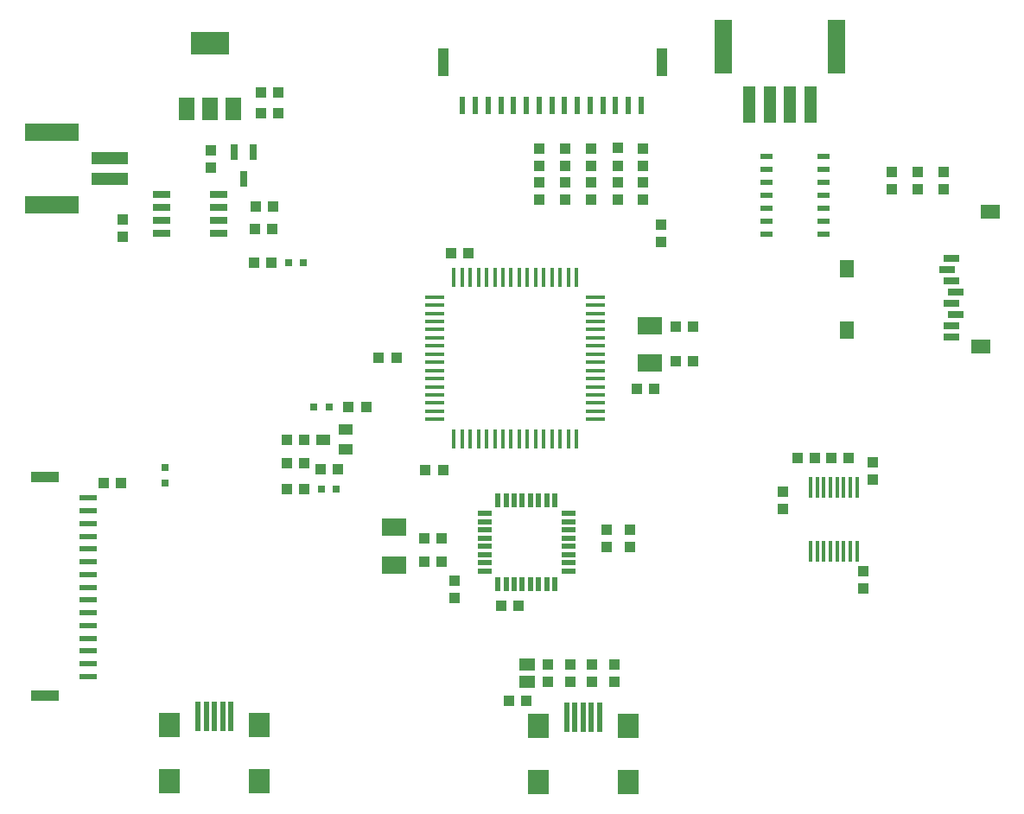
<source format=gtp>
G75*
%MOIN*%
%OFA0B0*%
%FSLAX24Y24*%
%IPPOS*%
%LPD*%
%AMOC8*
5,1,8,0,0,1.08239X$1,22.5*
%
%ADD10R,0.0736X0.0157*%
%ADD11R,0.0157X0.0736*%
%ADD12R,0.0945X0.0669*%
%ADD13R,0.0433X0.0394*%
%ADD14R,0.0787X0.0945*%
%ADD15R,0.0197X0.1145*%
%ADD16R,0.0748X0.0551*%
%ADD17R,0.0551X0.0709*%
%ADD18R,0.0591X0.0276*%
%ADD19R,0.0591X0.0866*%
%ADD20R,0.1496X0.0866*%
%ADD21R,0.0315X0.0591*%
%ADD22R,0.0394X0.0433*%
%ADD23R,0.0571X0.0197*%
%ADD24R,0.0197X0.0571*%
%ADD25R,0.0591X0.0512*%
%ADD26R,0.0551X0.0394*%
%ADD27R,0.0157X0.0787*%
%ADD28R,0.0315X0.0315*%
%ADD29R,0.1417X0.0472*%
%ADD30R,0.2087X0.0669*%
%ADD31R,0.0472X0.0236*%
%ADD32R,0.0689X0.0256*%
%ADD33R,0.0236X0.0669*%
%ADD34R,0.0394X0.1102*%
%ADD35R,0.0669X0.0236*%
%ADD36R,0.1102X0.0394*%
%ADD37R,0.0472X0.1417*%
%ADD38R,0.0669X0.2087*%
D10*
X021206Y018692D03*
X021206Y019007D03*
X021206Y019322D03*
X021206Y019637D03*
X021206Y019952D03*
X021206Y020267D03*
X021206Y020582D03*
X021206Y020897D03*
X021206Y021212D03*
X021206Y021527D03*
X021206Y021842D03*
X021206Y022157D03*
X021206Y022472D03*
X021206Y022786D03*
X021206Y023101D03*
X021206Y023416D03*
X027426Y023416D03*
X027426Y023101D03*
X027426Y022786D03*
X027426Y022472D03*
X027426Y022157D03*
X027426Y021842D03*
X027426Y021527D03*
X027426Y021212D03*
X027426Y020897D03*
X027426Y020582D03*
X027426Y020267D03*
X027426Y019952D03*
X027426Y019637D03*
X027426Y019322D03*
X027426Y019007D03*
X027426Y018692D03*
D11*
X026678Y017944D03*
X026363Y017944D03*
X026048Y017944D03*
X025733Y017944D03*
X025418Y017944D03*
X025103Y017944D03*
X024788Y017944D03*
X024473Y017944D03*
X024158Y017944D03*
X023843Y017944D03*
X023528Y017944D03*
X023213Y017944D03*
X022898Y017944D03*
X022583Y017944D03*
X022269Y017944D03*
X021954Y017944D03*
X021954Y024164D03*
X022269Y024164D03*
X022583Y024164D03*
X022898Y024164D03*
X023213Y024164D03*
X023528Y024164D03*
X023843Y024164D03*
X024158Y024164D03*
X024473Y024164D03*
X024788Y024164D03*
X025103Y024164D03*
X025418Y024164D03*
X025733Y024164D03*
X026048Y024164D03*
X026363Y024164D03*
X026678Y024164D03*
D12*
X029526Y022315D03*
X029526Y020858D03*
X019631Y014544D03*
X019631Y013087D03*
D13*
X020796Y013216D03*
X021465Y013216D03*
X021465Y014116D03*
X020796Y014116D03*
X020858Y016722D03*
X021528Y016722D03*
X018563Y019179D03*
X017893Y019179D03*
X016165Y017916D03*
X015496Y017916D03*
X015496Y017016D03*
X016165Y017016D03*
X016803Y016781D03*
X017472Y016781D03*
X016181Y015990D03*
X015512Y015990D03*
X009118Y016224D03*
X008449Y016224D03*
X014249Y024727D03*
X014918Y024727D03*
X014960Y026051D03*
X014291Y026051D03*
X014296Y026916D03*
X014965Y026916D03*
X015165Y030516D03*
X014496Y030516D03*
X014496Y031316D03*
X015165Y031316D03*
X021846Y025107D03*
X022515Y025107D03*
X019729Y021063D03*
X019059Y021063D03*
X029008Y019873D03*
X029678Y019873D03*
X030519Y020943D03*
X031189Y020943D03*
X031189Y022277D03*
X030519Y022277D03*
X035196Y017216D03*
X035865Y017216D03*
X036496Y017216D03*
X037165Y017216D03*
X024448Y011503D03*
X023778Y011503D03*
X024075Y007829D03*
X024744Y007829D03*
D14*
X025204Y006857D03*
X025204Y004692D03*
X028669Y004692D03*
X028669Y006857D03*
X014450Y006907D03*
X014450Y004742D03*
X010985Y004742D03*
X010985Y006907D03*
D15*
X012088Y007248D03*
X012403Y007248D03*
X012718Y007248D03*
X013033Y007248D03*
X013348Y007248D03*
X026307Y007198D03*
X026622Y007198D03*
X026937Y007198D03*
X027252Y007198D03*
X027567Y007198D03*
D16*
X042279Y021503D03*
X042633Y026700D03*
D17*
X037122Y024496D03*
X037122Y022133D03*
D18*
X041137Y022291D03*
X041137Y021858D03*
X041295Y022724D03*
X041137Y023157D03*
X041295Y023590D03*
X041137Y024023D03*
X040980Y024456D03*
X041137Y024889D03*
D19*
X013457Y030661D03*
X012551Y030661D03*
X011646Y030661D03*
D20*
X012551Y033220D03*
D21*
X013474Y028999D03*
X014222Y028999D03*
X013848Y027975D03*
D22*
X012589Y028397D03*
X012589Y029066D03*
X009181Y026400D03*
X009181Y025731D03*
X025231Y027181D03*
X025231Y027850D03*
X025231Y028481D03*
X025231Y029150D03*
X026231Y029150D03*
X026231Y028481D03*
X026231Y027850D03*
X026231Y027181D03*
X027231Y027181D03*
X027231Y027850D03*
X027231Y028481D03*
X027231Y029150D03*
X028263Y029157D03*
X028263Y028488D03*
X028263Y027854D03*
X028263Y027185D03*
X029231Y027181D03*
X029231Y027850D03*
X029231Y028481D03*
X029231Y029150D03*
X029956Y026215D03*
X029956Y025546D03*
X038831Y027581D03*
X038831Y028250D03*
X039831Y028250D03*
X039831Y027581D03*
X040831Y027581D03*
X040831Y028250D03*
X038106Y017037D03*
X038106Y016368D03*
X034633Y015891D03*
X034633Y015222D03*
X037731Y012850D03*
X037731Y012181D03*
X028731Y013781D03*
X027831Y013781D03*
X027831Y014450D03*
X028731Y014450D03*
X021987Y012465D03*
X021987Y011796D03*
X025581Y009250D03*
X025581Y008581D03*
X026431Y008581D03*
X027281Y008581D03*
X027281Y009250D03*
X026431Y009250D03*
X028131Y009250D03*
X028131Y008581D03*
D23*
X026363Y012851D03*
X026363Y013166D03*
X026363Y013481D03*
X026363Y013796D03*
X026363Y014111D03*
X026363Y014426D03*
X026363Y014741D03*
X026363Y015056D03*
X023135Y015056D03*
X023135Y014741D03*
X023135Y014426D03*
X023135Y014111D03*
X023135Y013796D03*
X023135Y013481D03*
X023135Y013166D03*
X023135Y012851D03*
D24*
X023646Y012340D03*
X023961Y012340D03*
X024276Y012340D03*
X024591Y012340D03*
X024906Y012340D03*
X025221Y012340D03*
X025536Y012340D03*
X025851Y012340D03*
X025851Y015568D03*
X025536Y015568D03*
X025221Y015568D03*
X024906Y015568D03*
X024591Y015568D03*
X024276Y015568D03*
X023961Y015568D03*
X023646Y015568D03*
D25*
X024781Y009250D03*
X024781Y008581D03*
D26*
X017764Y017542D03*
X017764Y018290D03*
X016898Y017916D03*
D27*
X035711Y016077D03*
X035967Y016077D03*
X036223Y016077D03*
X036479Y016077D03*
X036735Y016077D03*
X036991Y016077D03*
X037246Y016077D03*
X037502Y016077D03*
X037502Y013596D03*
X037246Y013596D03*
X036991Y013596D03*
X036735Y013596D03*
X036479Y013596D03*
X036223Y013596D03*
X035967Y013596D03*
X035711Y013596D03*
D28*
X017420Y015990D03*
X016829Y015990D03*
X016555Y019179D03*
X017145Y019179D03*
X010822Y016842D03*
X010822Y016251D03*
X015566Y024727D03*
X016157Y024727D03*
D29*
X008664Y027971D03*
X008664Y028759D03*
D30*
X006428Y029762D03*
X006428Y026967D03*
D31*
X034015Y026835D03*
X034015Y027335D03*
X034015Y027835D03*
X034015Y028335D03*
X034015Y028835D03*
X036220Y028835D03*
X036220Y028335D03*
X036220Y027835D03*
X036220Y027335D03*
X036220Y026835D03*
X036220Y026335D03*
X036220Y025835D03*
X034015Y025835D03*
X034015Y026335D03*
D32*
X012881Y026366D03*
X012881Y026866D03*
X012881Y027366D03*
X012881Y025866D03*
X010681Y025866D03*
X010681Y026366D03*
X010681Y026866D03*
X010681Y027366D03*
D33*
X022286Y030816D03*
X022778Y030816D03*
X023270Y030816D03*
X023762Y030816D03*
X024254Y030816D03*
X024746Y030816D03*
X025239Y030816D03*
X025731Y030816D03*
X026223Y030816D03*
X026715Y030816D03*
X027207Y030816D03*
X027699Y030816D03*
X028191Y030816D03*
X028683Y030816D03*
X029176Y030816D03*
D34*
X029983Y032469D03*
X021538Y032469D03*
D35*
X007831Y015660D03*
X007831Y015168D03*
X007831Y014676D03*
X007831Y014184D03*
X007831Y013692D03*
X007831Y013200D03*
X007831Y012708D03*
X007831Y012216D03*
X007831Y011723D03*
X007831Y011231D03*
X007831Y010739D03*
X007831Y010247D03*
X007831Y009755D03*
X007831Y009263D03*
X007831Y008771D03*
D36*
X006177Y008023D03*
X006177Y016468D03*
D37*
X033350Y030851D03*
X034137Y030851D03*
X034924Y030851D03*
X035712Y030851D03*
D38*
X036716Y033088D03*
X032346Y033088D03*
M02*

</source>
